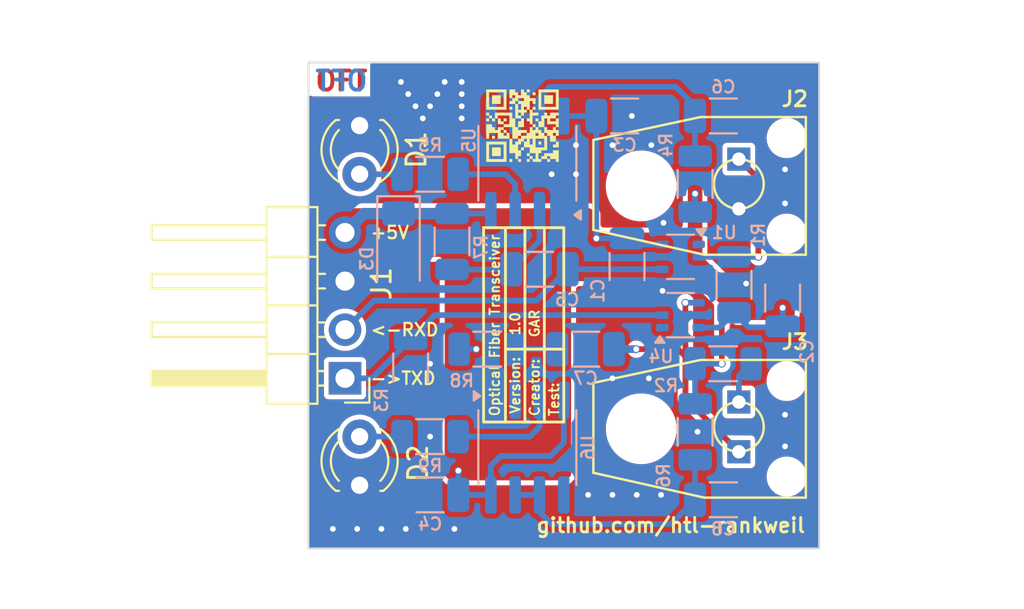
<source format=kicad_pcb>
(kicad_pcb (version 20221018) (generator pcbnew)
  (title_block (title "${acronym} - ${title}") (date "${date}") (rev "${revision}") (company "${company}") (comment 1 "${creator}") (comment 2 "${license}"))
  (layers (0 "F.Cu" signal) (31 "B.Cu" signal) (34 "B.Paste" user) (35 "F.Paste" user) (36 "B.SilkS" user "B.Silkscreen") (37 "F.SilkS" user "F.Silkscreen") (38 "B.Mask" user) (39 "F.Mask" user) (44 "Edge.Cuts" user))
  (property "acronym" "OFT")
  (property "company" "HTL-Rankweil")
  (property "creator" "GAR")
  (property "date" "1337-13-37")
  (property "license" "CC BY-NC-SA 4.0")
  (property "link" "github.com/htl-rankweil")
  (property "revision" "1.0")
  (property "title" "Optical Fiber Transceiver")
  (net 0 "")
  (net 1 "GND")
  (net 2 "VCC")
  (net 3 "Net-(D1-A)")
  (net 4 "Net-(D2-A)")
  (net 5 "RXD")
  (net 6 "TXD")
  (net 8 "Net-(J2-C)")
  (net 9 "Net-(J3-K)")
  (net 11 "Net-(J3-A)")
  (net 12 "Net-(U6-TR)")
  (net 13 "Net-(U6-DIS)")
  (net 14 "Net-(U5-TR)")
  (net 15 "Net-(U5-DIS)")
  (net 16 "Net-(U6-Q)")
  (net 17 "Net-(U5-Q)")
  (footprint "Fiber_Optic:IF-D92" (layer "F.Cu") (at 161.544 82.55 -90)
    (fp_text reference "J2" (at -4.445 -2.921) (layer "F.SilkS") (effects (font (size 0.787402 0.787402))))
    (fp_text value "IF-D92")
    (pad "" np_thru_hole circle locked (at -2.4 -2.5 270) (size 1.6 1.6) (drill 1.6) (layers "*.Cu" "*.Mask"))
    (pad "" np_thru_hole circle locked (at 0.1 5.1 270) (size 3.2 3.2) (drill 3.2) (layers "*.Cu" "*.Mask"))
    (pad "" np_thru_hole circle locked (at 2.6 -2.5 270) (size 1.6 1.6) (drill 1.6) (layers "*.Cu" "*.Mask"))
    (pad "1" thru_hole rect locked (at 1.3 0 270) (size 1.208 1.208) (drill 0.7) (layers "*.Cu" "*.Mask") (net 1 "GND"))
    (pad "2" thru_hole rect locked (at -1.3 0 270) (size 1.208 1.208) (drill 0.7) (layers "*.Cu" "*.Mask") (net 8 "Net-(J2-C)"))
  )
  (footprint "Images:QR_0x007e_very_small" (layer "F.Cu") (at 150.241 79.502)
    (fp_text reference "FID4" hide)
    (fp_text value "QR" hide)
  )
  (footprint "Fiber_Optic:IF-E91A" (layer "F.Cu") (at 161.544 95.25 -90)
    (fp_text reference "J3" (at -4.445 -2.921 180) (layer "F.SilkS") (effects (font (size 0.787402 0.787402))))
    (fp_text value "IF-E91A")
    (pad "" np_thru_hole circle locked (at -2.4 -2.5 270) (size 1.6 1.6) (drill 1.6) (layers "*.Cu" "*.Mask"))
    (pad "" np_thru_hole circle locked (at 0.1 5.1 270) (size 3.2 3.2) (drill 3.2) (layers "*.Cu" "*.Mask"))
    (pad "" np_thru_hole circle locked (at 2.6 -2.5 270) (size 1.6 1.6) (drill 1.6) (layers "*.Cu" "*.Mask"))
    (pad "1" thru_hole rect locked (at 1.3 0 270) (size 1.208 1.208) (drill 0.7) (layers "*.Cu" "*.Mask") (net 9 "Net-(J3-K)"))
    (pad "2" thru_hole rect locked (at -1.3 0 270) (size 1.208 1.208) (drill 0.7) (layers "*.Cu" "*.Mask") (net 11 "Net-(J3-A)"))
  )
  (footprint "Connector_PinHeader_2.54mm:PinHeader_1x04_P2.54mm_Horizontal" (layer "F.Cu") (at 140.97 92.71 180)
    (fp_text reference "J1" (at -1.905 4.953 90) (layer "F.SilkS"))
    (fp_text value "Conn_01x04_Pin" hide)
    (pad "1" thru_hole rect locked (at 0 0 180) (size 1.7 1.7) (drill 1) (layers "*.Cu" "*.Mask") (net 6 "TXD"))
    (pad "2" thru_hole oval locked (at 0 2.54 180) (size 1.7 1.7) (drill 1) (layers "*.Cu" "*.Mask") (net 5 "RXD"))
    (pad "3" thru_hole oval locked (at 0 5.08 180) (size 1.7 1.7) (drill 1) (layers "*.Cu" "*.Mask") (net 1 "GND"))
    (pad "4" thru_hole oval locked (at 0 7.62 180) (size 1.7 1.7) (drill 1) (layers "*.Cu" "*.Mask") (net 2 "VCC"))
  )
  (footprint "LED_THT:LED_D3.0mm" (layer "F.Cu") (at 141.732 79.497 -90)
    (fp_text reference "D1" (at 1.27 -2.96 -90) (layer "F.SilkS"))
    (fp_text value "Yellow")
    (pad "1" thru_hole rect locked (at 0 0 270) (size 1.8 1.8) (drill 0.9) (layers "*.Cu" "*.Mask") (net 1 "GND"))
    (pad "2" thru_hole circle locked (at 2.54 0 270) (size 1.8 1.8) (drill 0.9) (layers "*.Cu" "*.Mask") (net 3 "Net-(D1-A)"))
  )
  (footprint "LED_THT:LED_D3.0mm" (layer "F.Cu") (at 141.732 98.303 90)
    (fp_text reference "D2" (at 1.148 3.048 90) (layer "F.SilkS"))
    (fp_text value "Green")
    (pad "1" thru_hole rect locked (at 0 0 90) (size 1.8 1.8) (drill 0.9) (layers "*.Cu" "*.Mask") (net 1 "GND"))
    (pad "2" thru_hole circle locked (at 2.54 0 90) (size 1.8 1.8) (drill 0.9) (layers "*.Cu" "*.Mask") (net 4 "Net-(D2-A)"))
  )
  (footprint "Resistor_SMD:R_1206_3216Metric" (layer "B.Cu") (at 145.415 82.042 180)
    (fp_text reference "R5" (at 0 1.524) (layer "B.SilkS") (effects (font (size 0.65 0.65) (thickness 0.12)) (justify mirror)))
    (fp_text value "330")
    (pad "1" smd roundrect (at -1.4625 0 180) (size 1.125 1.75) (layers "B.Cu" "B.Paste" "B.Mask") (roundrect_rratio 0.2222222222) (net 17 "Net-(U5-Q)"))
    (pad "2" smd roundrect (at 1.4625 0 180) (size 1.125 1.75) (layers "B.Cu" "B.Paste" "B.Mask") (roundrect_rratio 0.2222222222) (net 3 "Net-(D1-A)"))
  )
  (footprint "Diode_SMD:D_MiniMELF" (layer "B.Cu") (at 143.764 85.852 -90)
    (fp_text reference "D3" (at 0.6096 1.651 90) (layer "B.SilkS") (effects (font (size 0.65 0.65) (thickness 0.12)) (justify mirror)))
    (fp_text value "5V6")
    (pad "1" smd roundrect (at -1.75 0 270) (size 1.3 1.7) (layers "B.Cu" "B.Paste" "B.Mask") (roundrect_rratio 0.1923076923) (net 2 "VCC"))
    (pad "2" smd roundrect (at 1.75 0 270) (size 1.3 1.7) (layers "B.Cu" "B.Paste" "B.Mask") (roundrect_rratio 0.1923076923) (net 1 "GND"))
  )
  (footprint "Capacitor_SMD:C_1206_3216Metric" (layer "B.Cu") (at 153.543 91.186 180)
    (fp_text reference "C7" (at 0 -1.524) (layer "B.SilkS") (effects (font (size 0.65 0.65) (thickness 0.12)) (justify mirror)))
    (fp_text value "1n")
    (pad "1" smd roundrect (at -1.475 0 180) (size 1.15 1.8) (layers "B.Cu" "B.Paste" "B.Mask") (roundrect_rratio 0.2173913043) (net 9 "Net-(J3-K)"))
    (pad "2" smd roundrect (at 1.475 0 180) (size 1.15 1.8) (layers "B.Cu" "B.Paste" "B.Mask") (roundrect_rratio 0.2173913043) (net 12 "Net-(U6-TR)"))
  )
  (footprint "Package_TO_SOT_SMD:SOT-353_SC-70-5" (layer "B.Cu") (at 158.496 89.408)
    (fp_text reference "U4" (at -1.016 2.159) (layer "B.SilkS") (effects (font (size 0.65 0.65) (thickness 0.12)) (justify mirror)))
    (fp_text value "SN74LVC1G14")
    (pad "1" smd roundrect (at -0.95 0.65) (size 0.65 0.4) (layers "B.Cu" "B.Paste" "B.Mask"))
    (pad "2" smd roundrect (at -0.95 0) (size 0.65 0.4) (layers "B.Cu" "B.Paste" "B.Mask") (net 6 "TXD"))
    (pad "3" smd roundrect (at -0.95 -0.65) (size 0.65 0.4) (layers "B.Cu" "B.Paste" "B.Mask") (net 1 "GND"))
    (pad "4" smd roundrect (at 0.95 -0.65) (size 0.65 0.4) (layers "B.Cu" "B.Paste" "B.Mask") (net 9 "Net-(J3-K)"))
    (pad "5" smd roundrect (at 0.95 0.65) (size 0.65 0.4) (layers "B.Cu" "B.Paste" "B.Mask") (net 2 "VCC"))
  )
  (footprint "Package_TO_SOT_SMD:SOT-353_SC-70-5" (layer "B.Cu") (at 158.496 86.36 180)
    (fp_text reference "U1" (at -2.286 1.27) (layer "B.SilkS") (effects (font (size 0.65 0.65) (thickness 0.12)) (justify mirror)))
    (fp_text value "SN74LVC1G14")
    (pad "1" smd roundrect (at -0.95 0.65 180) (size 0.65 0.4) (layers "B.Cu" "B.Paste" "B.Mask"))
    (pad "2" smd roundrect (at -0.95 0 180) (size 0.65 0.4) (layers "B.Cu" "B.Paste" "B.Mask") (net 8 "Net-(J2-C)"))
    (pad "3" smd roundrect (at -0.95 -0.65 180) (size 0.65 0.4) (layers "B.Cu" "B.Paste" "B.Mask") (net 1 "GND"))
    (pad "4" smd roundrect (at 0.95 -0.65 180) (size 0.65 0.4) (layers "B.Cu" "B.Paste" "B.Mask") (net 5 "RXD"))
    (pad "5" smd roundrect (at 0.95 0.65 180) (size 0.65 0.4) (layers "B.Cu" "B.Paste" "B.Mask") (net 2 "VCC"))
  )
  (footprint "Package_SO:SOIC-8_3.9x4.9mm_P1.27mm" (layer "B.Cu") (at 150.495 81.469 90)
    (fp_text reference "U5" (at 1.205 -3.048 90) (layer "B.SilkS") (effects (font (size 0.65 0.65) (thickness 0.12)) (justify mirror)))
    (fp_text value "NE555D")
    (pad "1" smd roundrect (at -2.475 1.905 90) (size 1.95 0.6) (layers "B.Cu" "B.Paste" "B.Mask") (net 1 "GND"))
    (pad "2" smd roundrect (at -2.475 0.635 90) (size 1.95 0.6) (layers "B.Cu" "B.Paste" "B.Mask") (net 14 "Net-(U5-TR)"))
    (pad "3" smd roundrect (at -2.475 -0.635 90) (size 1.95 0.6) (layers "B.Cu" "B.Paste" "B.Mask") (net 17 "Net-(U5-Q)"))
    (pad "4" smd roundrect (at -2.475 -1.905 90) (size 1.95 0.6) (layers "B.Cu" "B.Paste" "B.Mask") (net 2 "VCC"))
    (pad "5" smd roundrect (at 2.475 -1.905 90) (size 1.95 0.6) (layers "B.Cu" "B.Paste" "B.Mask"))
    (pad "6" smd roundrect (at 2.475 -0.635 90) (size 1.95 0.6) (layers "B.Cu" "B.Paste" "B.Mask") (net 15 "Net-(U5-DIS)"))
    (pad "7" smd roundrect (at 2.475 0.635 90) (size 1.95 0.6) (layers "B.Cu" "B.Paste" "B.Mask") (net 15 "Net-(U5-DIS)"))
    (pad "8" smd roundrect (at 2.475 1.905 90) (size 1.95 0.6) (layers "B.Cu" "B.Paste" "B.Mask") (net 2 "VCC"))
  )
  (footprint "Resistor_SMD:R_1206_3216Metric" (layer "B.Cu") (at 159.258 82.55 90)
    (fp_text reference "R4" (at 2.032 -1.524 90) (layer "B.SilkS") (effects (font (size 0.65 0.65) (thickness 0.12)) (justify mirror)))
    (fp_text value "220k")
    (pad "1" smd roundrect (at -1.4625 0 90) (size 1.125 1.75) (layers "B.Cu" "B.Paste" "B.Mask") (roundrect_rratio 0.2222222222) (net 2 "VCC"))
    (pad "2" smd roundrect (at 1.4625 0 90) (size 1.125 1.75) (layers "B.Cu" "B.Paste" "B.Mask") (roundrect_rratio 0.2222222222) (net 15 "Net-(U5-DIS)"))
  )
  (footprint "Resistor_SMD:R_1206_3216Metric" (layer "B.Cu") (at 159.258 95.504 -90)
    (fp_text reference "R6" (at 2.286 1.651 90) (layer "B.SilkS") (effects (font (size 0.65 0.65) (thickness 0.12)) (justify mirror)))
    (fp_text value "220k")
    (pad "1" smd roundrect (at -1.4625 0 270) (size 1.125 1.75) (layers "B.Cu" "B.Paste" "B.Mask") (roundrect_rratio 0.2222222222) (net 2 "VCC"))
    (pad "2" smd roundrect (at 1.4625 0 270) (size 1.125 1.75) (layers "B.Cu" "B.Paste" "B.Mask") (roundrect_rratio 0.2222222222) (net 13 "Net-(U6-DIS)"))
  )
  (footprint "Capacitor_SMD:C_1206_3216Metric" (layer "B.Cu") (at 160.733 99.06)
    (fp_text reference "C8" (at 0 1.524) (layer "B.SilkS") (effects (font (size 0.65 0.65) (thickness 0.12)) (justify mirror)))
    (fp_text value "470n")
    (pad "1" smd roundrect (at -1.475 0) (size 1.15 1.8) (layers "B.Cu" "B.Paste" "B.Mask") (roundrect_rratio 0.2173913043) (net 13 "Net-(U6-DIS)"))
    (pad "2" smd roundrect (at 1.475 0) (size 1.15 1.8) (layers "B.Cu" "B.Paste" "B.Mask") (roundrect_rratio 0.2173913043) (net 1 "GND"))
  )
  (footprint "Resistor_SMD:R_1206_3216Metric" (layer "B.Cu") (at 148.3975 91.186)
    (fp_text reference "R8" (at -1.3315 1.651) (layer "B.SilkS") (effects (font (size 0.65 0.65) (thickness 0.12)) (justify mirror)))
    (fp_text value "10k")
    (pad "1" smd roundrect (at -1.4625 0) (size 1.125 1.75) (layers "B.Cu" "B.Paste" "B.Mask") (roundrect_rratio 0.2222222222) (net 2 "VCC"))
    (pad "2" smd roundrect (at 1.4625 0) (size 1.125 1.75) (layers "B.Cu" "B.Paste" "B.Mask") (roundrect_rratio 0.2222222222) (net 12 "Net-(U6-TR)"))
  )
  (footprint "Resistor_SMD:R_1206_3216Metric" (layer "B.Cu") (at 145.415 95.758 180)
    (fp_text reference "R9" (at 0 -1.524) (layer "B.SilkS") (effects (font (size 0.65 0.65) (thickness 0.12)) (justify mirror)))
    (fp_text value "330")
    (pad "1" smd roundrect (at -1.4625 0 180) (size 1.125 1.75) (layers "B.Cu" "B.Paste" "B.Mask") (roundrect_rratio 0.2222222222) (net 16 "Net-(U6-Q)"))
    (pad "2" smd roundrect (at 1.4625 0 180) (size 1.125 1.75) (layers "B.Cu" "B.Paste" "B.Mask") (roundrect_rratio 0.2222222222) (net 4 "Net-(D2-A)"))
  )
  (footprint "Capacitor_SMD:C_1206_3216Metric" (layer "B.Cu") (at 160.733 78.994)
    (fp_text reference "C6" (at 0 -1.524) (layer "B.SilkS") (effects (font (size 0.65 0.65) (thickness 0.12)) (justify mirror)))
    (fp_text value "470n")
    (pad "1" smd roundrect (at -1.475 0) (size 1.15 1.8) (layers "B.Cu" "B.Paste" "B.Mask") (roundrect_rratio 0.2173913043) (net 15 "Net-(U5-DIS)"))
    (pad "2" smd roundrect (at 1.475 0) (size 1.15 1.8) (layers "B.Cu" "B.Paste" "B.Mask") (roundrect_rratio 0.2173913043) (net 1 "GND"))
  )
  (footprint "Resistor_SMD:R_1206_3216Metric" (layer "B.Cu") (at 144.399 92.1405 -90)
    (fp_text reference "R3" (at 1.7125 1.524 90) (layer "B.SilkS") (effects (font (size 0.65 0.65) (thickness 0.12)) (justify mirror)))
    (fp_text value "100k")
    (pad "1" smd roundrect (at -1.4625 0 270) (size 1.125 1.75) (layers "B.Cu" "B.Paste" "B.Mask") (roundrect_rratio 0.2222222222) (net 6 "TXD"))
    (pad "2" smd roundrect (at 1.4625 0 270) (size 1.125 1.75) (layers "B.Cu" "B.Paste" "B.Mask") (roundrect_rratio 0.2222222222) (net 1 "GND"))
  )
  (footprint "Resistor_SMD:R_1206_3216Metric" (layer "B.Cu") (at 160.7205 91.948)
    (fp_text reference "R2" (at -2.9825 1.143) (layer "B.SilkS") (effects (font (size 0.65 0.65) (thickness 0.12)) (justify mirror)))
    (fp_text value "220")
    (pad "1" smd roundrect (at -1.4625 0) (size 1.125 1.75) (layers "B.Cu" "B.Paste" "B.Mask") (roundrect_rratio 0.2222222222) (net 2 "VCC"))
    (pad "2" smd roundrect (at 1.4625 0) (size 1.125 1.75) (layers "B.Cu" "B.Paste" "B.Mask") (roundrect_rratio 0.2222222222) (net 11 "Net-(J3-A)"))
  )
  (footprint "Capacitor_SMD:C_1206_3216Metric" (layer "B.Cu") (at 155.702 86.868 -90)
    (fp_text reference "C1" (at 1.27 1.524 90) (layer "B.SilkS") (effects (font (size 0.65 0.65) (thickness 0.12)) (justify mirror)))
    (fp_text value "100n")
    (pad "1" smd roundrect (at -1.475 0 270) (size 1.15 1.8) (layers "B.Cu" "B.Paste" "B.Mask") (roundrect_rratio 0.2173913043) (net 2 "VCC"))
    (pad "2" smd roundrect (at 1.475 0 270) (size 1.15 1.8) (layers "B.Cu" "B.Paste" "B.Mask") (roundrect_rratio 0.2173913043) (net 1 "GND"))
  )
  (footprint "Capacitor_SMD:C_1206_3216Metric" (layer "B.Cu") (at 145.415 98.806 180)
    (fp_text reference "C4" (at 0 -1.524) (layer "B.SilkS") (effects (font (size 0.65 0.65) (thickness 0.12)) (justify mirror)))
    (fp_text value "100n")
    (pad "1" smd roundrect (at -1.475 0 180) (size 1.15 1.8) (layers "B.Cu" "B.Paste" "B.Mask") (roundrect_rratio 0.2173913043) (net 2 "VCC"))
    (pad "2" smd roundrect (at 1.475 0 180) (size 1.15 1.8) (layers "B.Cu" "B.Paste" "B.Mask") (roundrect_rratio 0.2173913043) (net 1 "GND"))
  )
  (footprint "Resistor_SMD:R_1206_3216Metric" (layer "B.Cu") (at 146.558 85.5579 -90)
    (fp_text reference "R7" (at 0.2941 -1.524 90) (layer "B.SilkS") (effects (font (size 0.65 0.65) (thickness 0.12)) (justify mirror)))
    (fp_text value "10k")
    (pad "1" smd roundrect (at -1.4625 0 270) (size 1.125 1.75) (layers "B.Cu" "B.Paste" "B.Mask") (roundrect_rratio 0.2222222222) (net 2 "VCC"))
    (pad "2" smd roundrect (at 1.4625 0 270) (size 1.125 1.75) (layers "B.Cu" "B.Paste" "B.Mask") (roundrect_rratio 0.2222222222) (net 14 "Net-(U5-TR)"))
  )
  (footprint "Package_SO:SOIC-8_3.9x4.9mm_P1.27mm" (layer "B.Cu") (at 150.495 96.331 -90)
    (fp_text reference "U6" (at 0 -3.175 90) (layer "B.SilkS") (effects (font (size 0.65 0.65) (thickness 0.12)) (justify mirror)))
    (fp_text value "NE555D")
    (pad "1" smd roundrect (at -2.475 1.905 270) (size 1.95 0.6) (layers "B.Cu" "B.Paste" "B.Mask") (net 1 "GND"))
    (pad "2" smd roundrect (at -2.475 0.635 270) (size 1.95 0.6) (layers "B.Cu" "B.Paste" "B.Mask") (net 12 "Net-(U6-TR)"))
    (pad "3" smd roundrect (at -2.475 -0.635 270) (size 1.95 0.6) (layers "B.Cu" "B.Paste" "B.Mask") (net 16 "Net-(U6-Q)"))
    (pad "4" smd roundrect (at -2.475 -1.905 270) (size 1.95 0.6) (layers "B.Cu" "B.Paste" "B.Mask") (net 2 "VCC"))
    (pad "5" smd roundrect (at 2.475 -1.905 270) (size 1.95 0.6) (layers "B.Cu" "B.Paste" "B.Mask"))
    (pad "6" smd roundrect (at 2.475 -0.635 270) (size 1.95 0.6) (layers "B.Cu" "B.Paste" "B.Mask") (net 13 "Net-(U6-DIS)"))
    (pad "7" smd roundrect (at 2.475 0.635 270) (size 1.95 0.6) (layers "B.Cu" "B.Paste" "B.Mask") (net 13 "Net-(U6-DIS)"))
    (pad "8" smd roundrect (at 2.475 1.905 270) (size 1.95 0.6) (layers "B.Cu" "B.Paste" "B.Mask") (net 2 "VCC"))
  )
  (footprint "Capacitor_SMD:C_1206_3216Metric" (layer "B.Cu") (at 163.83 88.519 90)
    (fp_text reference "C2" (at -2.794 1.27 90) (layer "B.SilkS") (effects (font (size 0.65 0.65) (thickness 0.12)) (justify mirror)))
    (fp_text value "100n")
    (pad "1" smd roundrect (at -1.475 0 90) (size 1.15 1.8) (layers "B.Cu" "B.Paste" "B.Mask") (roundrect_rratio 0.2173913043) (net 2 "VCC"))
    (pad "2" smd roundrect (at 1.475 0 90) (size 1.15 1.8) (layers "B.Cu" "B.Paste" "B.Mask") (roundrect_rratio 0.2173913043) (net 1 "GND"))
  )
  (footprint "Resistor_SMD:R_1206_3216Metric" (layer "B.Cu") (at 161.29 87.8225 90)
    (fp_text reference "R1" (at 2.6055 1.27 90) (layer "B.SilkS") (effects (font (size 0.65 0.65) (thickness 0.12)) (justify mirror)))
    (fp_text value "2k2")
    (pad "1" smd roundrect (at -1.4625 0 90) (size 1.125 1.75) (layers "B.Cu" "B.Paste" "B.Mask") (roundrect_rratio 0.2222222222) (net 2 "VCC"))
    (pad "2" smd roundrect (at 1.4625 0 90) (size 1.125 1.75) (layers "B.Cu" "B.Paste" "B.Mask") (roundrect_rratio 0.2222222222) (net 8 "Net-(J2-C)"))
  )
  (footprint "Capacitor_SMD:C_1206_3216Metric" (layer "B.Cu") (at 151.13 87.01 180)
    (fp_text reference "C5" (at -1.4478 -1.5852) (layer "B.SilkS") (effects (font (size 0.65 0.65) (thickness 0.12)) (justify mirror)))
    (fp_text value "1n")
    (pad "1" smd roundrect (at -1.475 0 180) (size 1.15 1.8) (layers "B.Cu" "B.Paste" "B.Mask") (roundrect_rratio 0.2173913043) (net 5 "RXD"))
    (pad "2" smd roundrect (at 1.475 0 180) (size 1.15 1.8) (layers "B.Cu" "B.Paste" "B.Mask") (roundrect_rratio 0.2173913043) (net 14 "Net-(U5-TR)"))
  )
  (footprint "Capacitor_SMD:C_1206_3216Metric" (layer "B.Cu") (at 155.575 78.994)
    (fp_text reference "C3" (at 0 1.524) (layer "B.SilkS") (effects (font (size 0.65 0.65) (thickness 0.12)) (justify mirror)))
    (fp_text value "100n")
    (pad "1" smd roundrect (at -1.475 0) (size 1.15 1.8) (layers "B.Cu" "B.Paste" "B.Mask") (roundrect_rratio 0.2173913043) (net 2 "VCC"))
    (pad "2" smd roundrect (at 1.475 0) (size 1.15 1.8) (layers "B.Cu" "B.Paste" "B.Mask") (roundrect_rratio 0.2173913043) (net 1 "GND"))
  )
  (gr_line (start 149.352 91.186) (end 152.4 91.186) (stroke (width 0.15)) (layer "F.SilkS"))
  (gr_line (start 151.384 94.996) (end 151.384 84.836) (stroke (width 0.15)) (layer "F.SilkS"))
  (gr_line (start 150.368 94.996) (end 150.368 84.836) (stroke (width 0.15)) (layer "F.SilkS"))
  (gr_rect (start 148.209 84.836) (end 152.4 94.996) (stroke (width 0.15)) (fill none) (layer "F.SilkS"))
  (gr_line (start 149.352 94.996) (end 149.352 84.836) (stroke (width 0.15)) (layer "F.SilkS"))
  (gr_rect (start 139.065 76.2) (end 165.735 101.6) (stroke (width 0.1)) (fill none) (layer "Edge.Cuts"))
  (gr_text "${acronym}" (at 139.319 76.581) (layer "F.Cu") (effects (font (size 1 1) (thickness 0.2) bold) (justify left top)))
  (gr_text "${acronym}" (at 139.319 76.581) (layer "B.Cu") (effects (font (size 1 1) (thickness 0.2) bold) (justify right top mirror)))
  (gr_text "Test:" (at 151.892 94.742 90) (layer "F.SilkS") (effects (font (size 0.5 0.5) (thickness 0.1) bold) (justify left)))
  (gr_text "->TXD" (at 142.24 92.71) (layer "F.SilkS") (effects (font (size 0.65 0.65) (thickness 0.12) bold) (justify left)))
  (gr_text "${link}" (at 157.988 100.838) (layer "F.SilkS") (effects (font (size 0.75 0.75) (thickness 0.15) bold) (justify bottom)))
  (gr_text "<-RXD" (at 142.24 90.17) (layer "F.SilkS") (effects (font (size 0.65 0.65) (thickness 0.12) bold) (justify left)))
  (gr_text "+5V" (at 142.24 85.09) (layer "F.SilkS") (effects (font (size 0.65 0.65) (thickness 0.12) bold) (justify left)))
  (gr_text "Creator:   ${creator}" (at 150.876 94.742 90) (layer "F.SilkS") (effects (font (size 0.5 0.5) (thickness 0.1) bold) (justify left)))
  (gr_text "${title}" (at 148.7932 94.742 90) (layer "F.SilkS") (effects (font (size 0.5 0.5) (thickness 0.1) bold) (justify left)))
  (gr_text "Version:   ${revision}\n" (at 149.86 94.615 90) (layer "F.SilkS") (effects (font (size 0.5 0.5) (thickness 0.1) bold) (justify left)))
  (via (at 163.957 96.266) (size 0.4) (drill 0.3) (layers "F.Cu" "B.Cu") (net 1))
  (via (at 147.066 77.216) (size 0.4) (drill 0.3) (layers "F.Cu" "B.Cu") (net 1))
  (via (at 157.607 84.582) (size 0.4) (drill 0.3) (layers "F.Cu" "B.Cu") (net 1))
  (via (at 157.5562 88.138) (size 0.4) (drill 0.3) (layers "F.Cu" "B.Cu") (net 1))
  (via (at 156.972 80.518) (size 0.4) (drill 0.3) (layers "F.Cu" "B.Cu") (net 1))
  (via (at 159.385 95.504) (size 0.4) (drill 0.3) (layers "F.Cu" "B.Cu") (net 1))
  (via (at 140.335 100.584) (size 0.4) (drill 0.3) (layers "F.Cu" "B.Cu") (net 1))
  (via (at 147.066 79.121) (size 0.4) (drill 0.3) (layers "F.Cu" "B.Cu") (net 1))
  (via (at 143.891 77.216) (size 0.4) (drill 0.3) (layers "F.Cu" "B.Cu") (net 1))
  (via (at 144.145 100.584) (size 0.4) (drill 0.3) (layers "F.Cu" "B.Cu") (net 1))
  (via (at 154.94 80.518) (size 0.4) (drill 0.3) (layers "F.Cu" "B.Cu") (net 1))
  (via (at 153.035 82.042) (size 0.4) (drill 0.3) (layers "F.Cu" "B.Cu") (net 1))
  (via (at 163.957 83.566) (size 0.4) (drill 0.3) (layers "F.Cu" "B.Cu") (net 1))
  (via (at 144.653 78.486) (size 0.4) (drill 0.3) (layers "F.Cu" "B.Cu") (net 1))
  (via (at 163.957 81.788) (size 0.4) (drill 0.3) (layers "F.Cu" "B.Cu") (net 1))
  (via (at 155.956 78.994) (size 0.4) (drill 0.3) (layers "F.Cu" "B.Cu") (net 1))
  (via (at 144.272 77.851) (size 0.4) (drill 0.3) (layers "F.Cu" "B.Cu") (net 1))
  (via (at 156.21 98.806) (size 0.4) (drill 0.3) (layers "F.Cu" "B.Cu") (net 1))
  (via (at 145.034 79.121) (size 0.4) (drill 0.3) (layers "F.Cu" "B.Cu") (net 1))
  (via (at 161.925 87.757) (size 0.4) (drill 0.3) (layers "F.Cu" "B.Cu") (net 1))
  (via (at 156.845 92.71) (size 0.4) (drill 0.3) (layers "F.Cu" "B.Cu") (net 1))
  (via (at 154.94 92.71) (size 0.4) (drill 0.3) (layers "F.Cu" "B.Cu") (net 1))
  (via (at 163.957 94.615) (size 0.4) (drill 0.3) (layers "F.Cu" "B.Cu") (net 1))
  (via (at 147.066 78.486) (size 0.4) (drill 0.3) (layers "F.Cu" "B.Cu") (net 1))
  (via (at 153.67 98.806) (size 0.4) (drill 0.3) (layers "F.Cu" "B.Cu") (net 1))
  (via (at 157.48 98.806) (size 0.4) (drill 0.3) (layers "F.Cu" "B.Cu") (net 1))
  (via (at 145.415 78.486) (size 0.4) (drill 0.3) (layers "F.Cu" "B.Cu") (net 1))
  (via (at 146.685 100.584) (size 0.4) (drill 0.3) (layers "F.Cu" "B.Cu") (net 1))
  (via (at 151.765 82.042) (size 0.4) (drill 0.3) (layers "F.Cu" "B.Cu") (net 1))
  (via (at 154.94 98.806) (size 0.4) (drill 0.3) (layers "F.Cu" "B.Cu") (net 1))
  (via (at 153.035 80.518) (size 0.4) (drill 0.3) (layers "F.Cu" "B.Cu") (net 1))
  (via (at 141.605 100.584) (size 0.4) (drill 0.3) (layers "F.Cu" "B.Cu") (net 1))
  (via (at 145.415 95.758) (size 0.4) (drill 0.3) (layers "F.Cu" "B.Cu") (net 1))
  (via (at 145.415 91.948) (size 0.4) (drill 0.3) (layers "F.Cu" "B.Cu") (net 1))
  (via (at 146.177 77.216) (size 0.4) (drill 0.3) (layers "F.Cu" "B.Cu") (net 1))
  (via (at 142.875 100.584) (size 0.4) (drill 0.3) (layers "F.Cu" "B.Cu") (net 1))
  (via (at 145.796 77.851) (size 0.4) (drill 0.3) (layers "F.Cu" "B.Cu") (net 1))
  (via (at 147.066 77.851) (size 0.4) (drill 0.3) (layers "F.Cu" "B.Cu") (net 1))
  (segment (start 160.655 88.265) (end 161.417 89.027) (width 0.3) (layer "F.Cu") (net 2))
  (segment (start 161.417 89.027) (end 163.83 89.027) (width 0.3) (layer "F.Cu") (net 2))
  (segment (start 160.655 91.948) (end 160.655 88.265) (width 0.3) (layer "F.Cu") (net 2))
  (via (at 159.258 83.058) (size 0.4) (drill 0.3) (layers "F.Cu" "B.Cu") (net 2))
  (via (at 147.828 91.186) (size 0.4) (drill 0.3) (layers "F.Cu" "B.Cu") (net 2))
  (via (at 160.655 91.948) (size 0.4) (drill 0.3) (layers "F.Cu" "B.Cu") (net 2))
  (via (at 163.83 89.027) (size 0.4) (drill 0.3) (layers "F.Cu" "B.Cu") (net 2))
  (via (at 154.1 85.393) (size 0.4) (drill 0.3) (layers "F.Cu" "B.Cu") (net 2))
  (via (at 146.89 97.538456) (size 0.4) (drill 0.3) (layers "F.Cu" "B.Cu") (net 2))
  (segment (start 159.446 90.058) (end 160.517 90.058) (width 0.3) (layer "B.Cu") (net 2))
  (segment (start 143.764 84.102) (end 146.5514 84.102) (width 0.6) (layer "B.Cu") (net 2))
  (segment (start 155.702 85.393) (end 154.1 85.393) (width 0.3) (layer "B.Cu") (net 2))
  (segment (start 141.958 84.102) (end 140.97 85.09) (width 0.6) (layer "B.Cu") (net 2))
  (segment (start 148.59 97.282) (end 148.59 98.806) (width 0.3) (layer "B.Cu") (net 2))
  (segment (start 161.282 89.285) (end 161.29 89.285) (width 0.3) (layer "B.Cu") (net 2))
  (segment (start 149.098 96.774) (end 148.59 97.282) (width 0.3) (layer "B.Cu") (net 2))
  (segment (start 160.517 90.058) (end 161.29 89.285) (width 0.3) (layer "B.Cu") (net 2))
  (segment (start 154.1 85.393) (end 154.1 78.994) (width 0.3) (layer "B.Cu") (net 2))
  (segment (start 159.258 84.0125) (end 159.258 83.058) (width 0.3) (layer "B.Cu") (net 2))
  (segment (start 151.7015 96.774) (end 149.098 96.774) (width 0.3) (layer "B.Cu") (net 2))
  (segment (start 159.258 91.948) (end 160.655 91.948) (width 0.3) (layer "B.Cu") (net 2))
  (segment (start 163.83 89.994) (end 163.781 90.043) (width 0.3) (layer "B.Cu") (net 2))
  (segment (start 157.546 85.71) (end 156.019 85.71) (width 0.3) (layer "B.Cu") (net 2))
  (segment (start 163.83 89.994) (end 163.83 89.027) (width 0.3) (layer "B.Cu") (net 2))
  (segment (start 146.935 91.186) (end 147.828 91.186) (width 0.3) (layer "B.Cu") (net 2))
  (segment (start 156.019 85.71) (end 155.702 85.393) (width 0.3) (layer "B.Cu") (net 2))
  (segment (start 146.89 98.806) (end 146.89 97.538456) (width 0.3) (layer "B.Cu") (net 2))
  (segment (start 148.59 98.806) (end 146.89 98.806) (width 0.3) (layer "B.Cu") (net 2))
  (segment (start 146.558 84.0954) (end 148.4386 84.0954) (width 0.3) (layer "B.Cu") (net 2))
  (segment (start 143.764 84.102) (end 141.958 84.102) (width 0.6) (layer "B.Cu") (net 2))
  (segment (start 152.4 96.0755) (end 151.7015 96.774) (width 0.3) (layer "B.Cu") (net 2))
  (segment (start 159.258 94.0415) (end 159.258 91.948) (width 0.3) (layer "B.Cu") (net 2))
  (segment (start 159.258 84.0125) (end 159.2435 84.0125) (width 0.3) (layer "B.Cu") (net 2))
  (segment (start 148.4386 84.0954) (end 148.59 83.944) (width 0.3) (layer "B.Cu") (net 2))
  (segment (start 154.1 78.994) (end 152.4 78.994) (width 0.3) (layer "B.Cu") (net 2))
  (segment (start 163.781 90.043) (end 162.048 90.043) (width 0.3) (layer "B.Cu") (net 2))
  (segment (start 146.5514 84.102) (end 146.558 84.0954) (width 0.6) (layer "B.Cu") (net 2))
  (segment (start 152.4 93.856) (end 152.4 96.0755) (width 0.3) (layer "B.Cu") (net 2))
  (segment (start 162.048 90.043) (end 161.29 89.285) (width 0.3) (layer "B.Cu") (net 2))
  (segment (start 141.737 82.042) (end 141.732 82.037) (width 0.3) (layer "B.Cu") (net 3))
  (segment (start 143.9525 82.042) (end 141.737 82.042) (width 0.3) (layer "B.Cu") (net 3))
  (segment (start 143.9525 95.758) (end 141.737 95.758) (width 0.3) (layer "B.Cu") (net 4))
  (segment (start 141.737 95.758) (end 141.732 95.763) (width 0.3) (layer "B.Cu") (net 4))
  (segment (start 157.546 87.01) (end 152.605 87.01) (width 0.3) (layer "B.Cu") (net 5))
  (segment (start 150.969 88.646) (end 142.494 88.646) (width 0.3) (layer "B.Cu") (net 5))
  (segment (start 142.494 88.646) (end 140.97 90.17) (width 0.3) (layer "B.Cu") (net 5))
  (segment (start 152.605 87.01) (end 150.969 88.646) (width 0.3) (layer "B.Cu") (net 5))
  (segment (start 145.669 89.408) (end 142.367 92.71) (width 0.3) (layer "B.Cu") (net 6))
  (segment (start 157.546 89.408) (end 145.669 89.408) (width 0.3) (layer "B.Cu") (net 6))
  (segment (start 142.367 92.71) (end 140.97 92.71) (width 0.3) (layer "B.Cu") (net 6))
  (segment (start 162.56 82.266) (end 161.544 81.25) (width 0.3) (layer "F.Cu") (net 8))
  (segment (start 162.56 86.36) (end 162.56 82.266) (width 0.3) (layer "F.Cu") (net 8))
  (via (at 162.56 86.36) (size 0.4) (drill 0.3) (layers "F.Cu" "B.Cu") (net 8))
  (segment (start 159.446 86.36) (end 162.56 86.36) (width 0.3) (layer "B.Cu") (net 8))
  (segment (start 158.369 91.186) (end 158.75 91.567) (width 0.3) (layer "F.Cu") (net 9))
  (segment (start 156.18 91.186) (end 158.369 91.186) (width 0.3) (layer "F.Cu") (net 9))
  (segment (start 158.75 88.758) (end 158.75 93.756) (width 0.3) (layer "F.Cu") (net 9))
  (segment (start 158.75 93.756) (end 161.544 96.55) (width 0.3) (layer "F.Cu") (net 9))
  (segment (start 158.75 91.567) (end 158.75 93.756) (width 0.3) (layer "F.Cu") (net 9))
  (via (at 156.18 91.186) (size 0.4) (drill 0.3) (layers "F.Cu" "B.Cu") (net 9))
  (via (at 158.75 88.758) (size 0.4) (drill 0.3) (layers "F.Cu" "B.Cu") (net 9))
  (segment (start 158.75 88.758) (end 159.446 88.758) (width 0.3) (layer "B.Cu") (net 9))
  (segment (start 155.018 91.186) (end 156.18 91.186) (width 0.4) (layer "B.Cu") (net 9))
  (segment (start 161.544 92.587) (end 162.183 91.948) (width 0.3) (layer "B.Cu") (net 11))
  (segment (start 161.544 93.95) (end 161.544 92.587) (width 0.3) (layer "B.Cu") (net 11))
  (segment (start 149.86 93.856) (end 149.86 91.186) (width 0.3) (layer "B.Cu") (net 12))
  (segment (start 149.86 91.186) (end 152.068 91.186) (width 0.3) (layer "B.Cu") (net 12))
  (segment (start 159.258 96.9665) (end 159.258 99.06) (width 0.3) (layer "B.Cu") (net 13))
  (segment (start 151.13 99.695) (end 151.765 100.33) (width 0.3) (layer "B.Cu") (net 13))
  (segment (start 151.765 100.33) (end 157.988 100.33) (width 0.3) (layer "B.Cu") (net 13))
  (segment (start 157.988 100.33) (end 159.258 99.06) (width 0.3) (layer "B.Cu") (net 13))
  (segment (start 151.13 98.806) (end 151.13 99.695) (width 0.3) (layer "B.Cu") (net 13))
  (segment (start 151.13 98.806) (end 149.86 98.806) (width 0.3) (layer "B.Cu") (net 13))
  (segment (start 151.13 83.944) (end 151.13 85.535) (width 0.3) (layer "B.Cu") (net 14))
  (segment (start 151.13 85.535) (end 149.6446 87.0204) (width 0.3) (layer "B.Cu") (net 14))
  (segment (start 149.6446 87.0204) (end 146.558 87.0204) (width 0.3) (layer "B.Cu") (net 14))
  (segment (start 151.679001 77.47) (end 151.13 78.019001) (width 0.3) (layer "B.Cu") (net 15))
  (segment (start 159.258 78.486) (end 158.242 77.47) (width 0.3) (layer "B.Cu") (net 15))
  (segment (start 159.258 78.994) (end 159.258 81.0875) (width 0.3) (layer "B.Cu") (net 15))
  (segment (start 158.242 77.47) (end 151.679001 77.47) (width 0.3) (layer "B.Cu") (net 15))
  (segment (start 149.86 78.994) (end 151.13 78.994) (width 0.3) (layer "B.Cu") (net 15))
  (segment (start 151.13 78.019001) (end 151.13 78.994) (width 0.3) (layer "B.Cu") (net 15))
  (segment (start 159.258 78.994) (end 159.258 78.486) (width 0.3) (layer "B.Cu") (net 15))
  (segment (start 151.13 93.856) (end 151.13 95.25) (width 0.3) (layer "B.Cu") (net 16))
  (segment (start 151.13 95.25) (end 150.622 95.758) (width 0.3) (layer "B.Cu") (net 16))
  (segment (start 150.622 95.758) (end 147.5125 95.758) (width 0.3) (layer "B.Cu") (net 16))
  (segment (start 149.86 82.55) (end 149.86 83.944) (width 0.3) (layer "B.Cu") (net 17))
  (segment (start 149.352 82.042) (end 149.86 82.55) (width 0.3) (layer "B.Cu") (net 17))
  (segment (start 146.8775 82.042) (end 149.352 82.042) (width 0.3) (layer "B.Cu") (net 17))
  (zone (net 2) (net_name "VCC") (layer "F.Cu") (priority 1) (connect_pads yes (clearance 0.254)) (min_thickness 0.254) (fill yes (thermal_gap 0.5) (thermal_bridge_width 0.5))
    (polygon (pts (xy 139.827 86.106) (xy 140.081 86.36) (xy 145.923 86.36) (xy 146.177 86.614) (xy 146.177 97.79) (xy 146.431 98.044) (xy 152.527 98.044) (xy 152.781 97.79) (xy 152.781 87.884) (xy 153.035 87.63) (xy 159.385 87.63) (xy 161.417 89.662) (xy 164.211 89.662) (xy 164.465 89.408) (xy 164.465 88.646) (xy 164.211 88.392) (xy 161.671 88.392) (xy 159.639 86.36) (xy 159.639 82.677) (xy 159.512 82.55) (xy 159.004 82.55) (xy 158.877 82.677) (xy 158.877 84.963) (xy 158.75 85.09) (xy 154.305 85.09) (xy 154.051 84.836) (xy 154.051 84.074) (xy 153.797 83.82) (xy 140.081 83.82) (xy 139.827 84.074)))
  )
  (zone (net 1) (net_name "GND") (layers "F&B.Cu") (connect_pads yes (clearance 0.254)) (min_thickness 0.254) (fill yes (thermal_gap 0.5) (thermal_bridge_width 0.5))
    (polygon (pts (xy 165.735 76.2) (xy 165.735 101.6) (xy 139.065 101.6) (xy 139.065 76.2)))
  )
)
</source>
